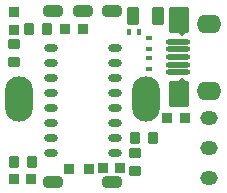
<source format=gbr>
%TF.GenerationSoftware,Altium Limited,Altium Designer,20.1.8 (145)*%
G04 Layer_Color=417716*
%FSLAX45Y45*%
%MOMM*%
%TF.SameCoordinates,80F20431-A883-4DFF-BABD-8B1F2EDF33A6*%
%TF.FilePolarity,Negative*%
%TF.FileFunction,Soldermask,Bot*%
%TF.Part,Single*%
G01*
G75*
%TA.AperFunction,ConnectorPad*%
G04:AMPARAMS|DCode=33|XSize=2.2mm|YSize=1.7mm|CornerRadius=0.058mm|HoleSize=0mm|Usage=FLASHONLY|Rotation=270.000|XOffset=0mm|YOffset=0mm|HoleType=Round|Shape=RoundedRectangle|*
%AMROUNDEDRECTD33*
21,1,2.20000,1.58400,0,0,270.0*
21,1,2.08400,1.70000,0,0,270.0*
1,1,0.11600,-0.79200,-1.04200*
1,1,0.11600,-0.79200,1.04200*
1,1,0.11600,0.79200,1.04200*
1,1,0.11600,0.79200,-1.04200*
%
%ADD33ROUNDEDRECTD33*%
G04:AMPARAMS|DCode=34|XSize=0.45mm|YSize=2.1mm|CornerRadius=0.225mm|HoleSize=0mm|Usage=FLASHONLY|Rotation=270.000|XOffset=0mm|YOffset=0mm|HoleType=Round|Shape=RoundedRectangle|*
%AMROUNDEDRECTD34*
21,1,0.45000,1.65000,0,0,270.0*
21,1,0.00000,2.10000,0,0,270.0*
1,1,0.45000,-0.82500,0.00000*
1,1,0.45000,-0.82500,0.00000*
1,1,0.45000,0.82500,0.00000*
1,1,0.45000,0.82500,0.00000*
%
%ADD34ROUNDEDRECTD34*%
%TA.AperFunction,SMDPad,CuDef*%
G04:AMPARAMS|DCode=35|XSize=0.5mm|YSize=0.4mm|CornerRadius=0.0515mm|HoleSize=0mm|Usage=FLASHONLY|Rotation=270.000|XOffset=0mm|YOffset=0mm|HoleType=Round|Shape=RoundedRectangle|*
%AMROUNDEDRECTD35*
21,1,0.50000,0.29700,0,0,270.0*
21,1,0.39700,0.40000,0,0,270.0*
1,1,0.10300,-0.14850,-0.19850*
1,1,0.10300,-0.14850,0.19850*
1,1,0.10300,0.14850,0.19850*
1,1,0.10300,0.14850,-0.19850*
%
%ADD35ROUNDEDRECTD35*%
G04:AMPARAMS|DCode=36|XSize=0.95mm|YSize=1.5mm|CornerRadius=0.05425mm|HoleSize=0mm|Usage=FLASHONLY|Rotation=180.000|XOffset=0mm|YOffset=0mm|HoleType=Round|Shape=RoundedRectangle|*
%AMROUNDEDRECTD36*
21,1,0.95000,1.39150,0,0,180.0*
21,1,0.84150,1.50000,0,0,180.0*
1,1,0.10850,-0.42075,0.69575*
1,1,0.10850,0.42075,0.69575*
1,1,0.10850,0.42075,-0.69575*
1,1,0.10850,-0.42075,-0.69575*
%
%ADD36ROUNDEDRECTD36*%
G04:AMPARAMS|DCode=37|XSize=0.9mm|YSize=0.8mm|CornerRadius=0.0535mm|HoleSize=0mm|Usage=FLASHONLY|Rotation=180.000|XOffset=0mm|YOffset=0mm|HoleType=Round|Shape=RoundedRectangle|*
%AMROUNDEDRECTD37*
21,1,0.90000,0.69300,0,0,180.0*
21,1,0.79300,0.80000,0,0,180.0*
1,1,0.10700,-0.39650,0.34650*
1,1,0.10700,0.39650,0.34650*
1,1,0.10700,0.39650,-0.34650*
1,1,0.10700,-0.39650,-0.34650*
%
%ADD37ROUNDEDRECTD37*%
G04:AMPARAMS|DCode=38|XSize=0.95mm|YSize=0.85mm|CornerRadius=0.05375mm|HoleSize=0mm|Usage=FLASHONLY|Rotation=90.000|XOffset=0mm|YOffset=0mm|HoleType=Round|Shape=RoundedRectangle|*
%AMROUNDEDRECTD38*
21,1,0.95000,0.74250,0,0,90.0*
21,1,0.84250,0.85000,0,0,90.0*
1,1,0.10750,0.37125,0.42125*
1,1,0.10750,0.37125,-0.42125*
1,1,0.10750,-0.37125,-0.42125*
1,1,0.10750,-0.37125,0.42125*
%
%ADD38ROUNDEDRECTD38*%
G04:AMPARAMS|DCode=39|XSize=0.95mm|YSize=0.85mm|CornerRadius=0.05375mm|HoleSize=0mm|Usage=FLASHONLY|Rotation=0.000|XOffset=0mm|YOffset=0mm|HoleType=Round|Shape=RoundedRectangle|*
%AMROUNDEDRECTD39*
21,1,0.95000,0.74250,0,0,0.0*
21,1,0.84250,0.85000,0,0,0.0*
1,1,0.10750,0.42125,-0.37125*
1,1,0.10750,-0.42125,-0.37125*
1,1,0.10750,-0.42125,0.37125*
1,1,0.10750,0.42125,0.37125*
%
%ADD39ROUNDEDRECTD39*%
G04:AMPARAMS|DCode=40|XSize=0.9mm|YSize=0.8mm|CornerRadius=0.0535mm|HoleSize=0mm|Usage=FLASHONLY|Rotation=90.000|XOffset=0mm|YOffset=0mm|HoleType=Round|Shape=RoundedRectangle|*
%AMROUNDEDRECTD40*
21,1,0.90000,0.69300,0,0,90.0*
21,1,0.79300,0.80000,0,0,90.0*
1,1,0.10700,0.34650,0.39650*
1,1,0.10700,0.34650,-0.39650*
1,1,0.10700,-0.34650,-0.39650*
1,1,0.10700,-0.34650,0.39650*
%
%ADD40ROUNDEDRECTD40*%
%ADD41O,1.15000X0.70000*%
G04:AMPARAMS|DCode=42|XSize=0.5mm|YSize=0.4mm|CornerRadius=0.0515mm|HoleSize=0mm|Usage=FLASHONLY|Rotation=180.000|XOffset=0mm|YOffset=0mm|HoleType=Round|Shape=RoundedRectangle|*
%AMROUNDEDRECTD42*
21,1,0.50000,0.29700,0,0,180.0*
21,1,0.39700,0.40000,0,0,180.0*
1,1,0.10300,-0.19850,0.14850*
1,1,0.10300,0.19850,0.14850*
1,1,0.10300,0.19850,-0.14850*
1,1,0.10300,-0.19850,-0.14850*
%
%ADD42ROUNDEDRECTD42*%
%TA.AperFunction,ComponentPad*%
%ADD43C,0.50000*%
%ADD44O,2.10000X1.60000*%
G04:AMPARAMS|DCode=45|XSize=1.2mm|YSize=1.5mm|CornerRadius=0.6mm|HoleSize=0mm|Usage=FLASHONLY|Rotation=270.000|XOffset=0mm|YOffset=0mm|HoleType=Round|Shape=RoundedRectangle|*
%AMROUNDEDRECTD45*
21,1,1.20000,0.30000,0,0,270.0*
21,1,0.00000,1.50000,0,0,270.0*
1,1,1.20000,-0.15000,0.00000*
1,1,1.20000,-0.15000,0.00000*
1,1,1.20000,0.15000,0.00000*
1,1,1.20000,0.15000,0.00000*
%
%ADD45ROUNDEDRECTD45*%
G04:AMPARAMS|DCode=46|XSize=2.35mm|YSize=3.85mm|CornerRadius=1.175mm|HoleSize=0mm|Usage=FLASHONLY|Rotation=180.000|XOffset=0mm|YOffset=0mm|HoleType=Round|Shape=RoundedRectangle|*
%AMROUNDEDRECTD46*
21,1,2.35000,1.50000,0,0,180.0*
21,1,0.00000,3.85000,0,0,180.0*
1,1,2.35000,0.00000,0.75000*
1,1,2.35000,0.00000,0.75000*
1,1,2.35000,0.00000,-0.75000*
1,1,2.35000,0.00000,-0.75000*
%
%ADD46ROUNDEDRECTD46*%
%ADD47O,2.35000X3.85000*%
%ADD48O,1.80000X1.10000*%
D33*
X1493800Y822000D02*
D03*
Y1442000D02*
D03*
D34*
X1486300Y1002000D02*
D03*
Y1067000D02*
D03*
Y1132000D02*
D03*
Y1262000D02*
D03*
Y1197000D02*
D03*
D35*
X1155529Y1342481D02*
D03*
X1065529D02*
D03*
D36*
X1103440Y1481440D02*
D03*
X1313440D02*
D03*
D37*
X91440Y1515340D02*
D03*
Y1365340D02*
D03*
D38*
X1271443Y449079D02*
D03*
X1116444D02*
D03*
X246219Y243840D02*
D03*
X91220D02*
D03*
X220982Y1371725D02*
D03*
X375982D02*
D03*
D39*
X1120626Y165040D02*
D03*
Y320040D02*
D03*
X91440Y1089600D02*
D03*
Y1244600D02*
D03*
D40*
X995580Y190593D02*
D03*
X845580D02*
D03*
X563980Y185377D02*
D03*
X728980D02*
D03*
X241220Y100900D02*
D03*
X91220D02*
D03*
X678087Y1371725D02*
D03*
X528087D02*
D03*
X1539240Y614680D02*
D03*
X1389240D02*
D03*
D41*
X948180Y1209040D02*
D03*
Y1082040D02*
D03*
Y955040D02*
D03*
Y828040D02*
D03*
Y701040D02*
D03*
Y574040D02*
D03*
Y447040D02*
D03*
Y320040D02*
D03*
X408180Y1209040D02*
D03*
Y1082040D02*
D03*
Y955040D02*
D03*
Y828040D02*
D03*
Y701040D02*
D03*
Y574040D02*
D03*
Y447040D02*
D03*
Y320040D02*
D03*
D42*
X1236980Y1035220D02*
D03*
Y1125220D02*
D03*
Y1294525D02*
D03*
Y1204525D02*
D03*
D43*
X1513800Y1332000D02*
D03*
Y932000D02*
D03*
D44*
X1748800Y849000D02*
D03*
Y1415000D02*
D03*
D45*
Y106680D02*
D03*
Y614680D02*
D03*
Y360680D02*
D03*
D46*
X1214500Y775500D02*
D03*
D47*
X139500D02*
D03*
D48*
X427000Y75500D02*
D03*
X927000D02*
D03*
X677000Y1525500D02*
D03*
X427000D02*
D03*
X927000D02*
D03*
%TF.MD5,888702d5b037d8490005b0135f227eb2*%
M02*

</source>
